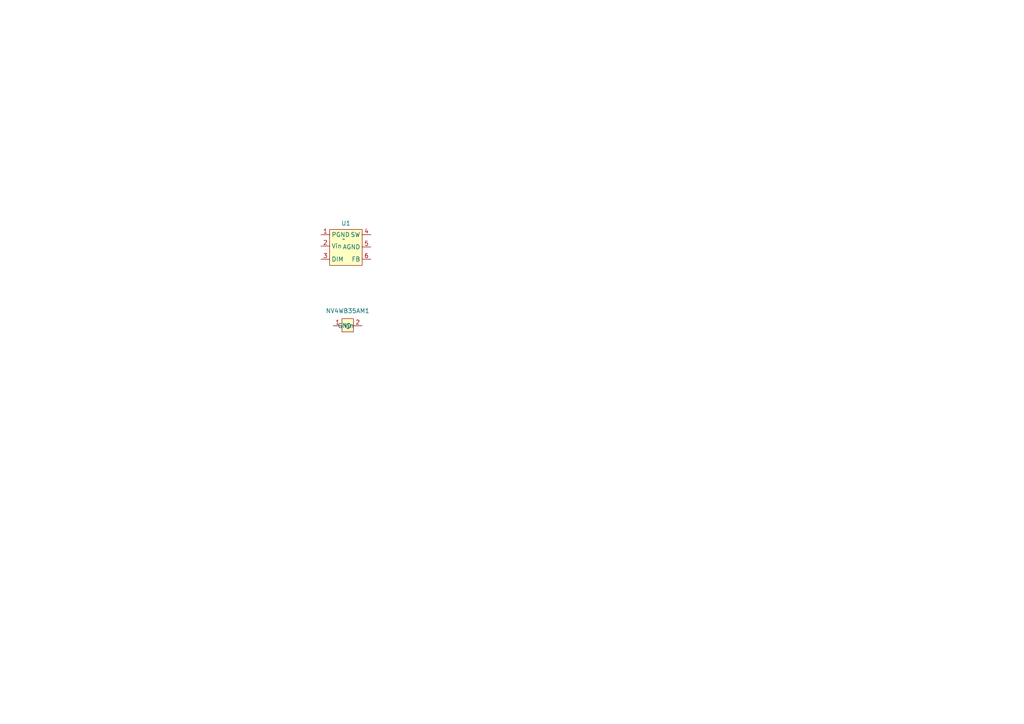
<source format=kicad_sch>
(kicad_sch (version 20230121) (generator eeschema)
  (paper "A4")
  (lib_symbols
    (symbol "UserLyb:LM3410"
      (property "Reference" "U" (at 0 0 0))
      (symbol "LM3410_1_1"
        (rectangle (start -4.064 2.794) (end 5.334 -7.62) (fill (type background)))
        (pin output line (at -6.604 1.27 0) (length 2.54) (name "PGND") (number "1"))
        (pin input line (at -6.604 -2.032 0) (length 2.54) (name "Vin") (number "2"))
        (pin passive line (at -6.604 -5.842 0) (length 2.54) (name "DIM") (number "3"))
        (pin passive line (at 7.874 1.27 180) (length 2.54) (name "SW") (number "4"))
        (pin passive line (at 7.874 -2.286 180) (length 2.54) (name "AGND") (number "5"))
        (pin passive line (at 7.874 -5.842 180) (length 2.54) (name "FB") (number "6"))
      )
    )
    (symbol "UserLyb:NV4WB35AM"
      (property "Reference" "NV4WB35AM" (at -0.254 -2.794 0))
      (symbol "NV4WB35AM_1_1"
        (rectangle (start -1.778 2.794) (end 1.524 -1.016) (fill (type background)))
        (pin input line (at -4.318 0.762 0) (length 2.54) (name "Vin") (number "1"))
        (pin input line (at 4.064 0.762 180) (length 2.54) (name "GND") (number "2"))
      )
    )
  )
  (symbol (lib_id "UserLyb:NV4WB35AM") (at 100.965 95.25 0) (unit 1)
    (property "Reference" "NV4WB35AM1" (at 100.838 90.17 0))
    (property "Value" "~" (at 100.965 95.25 0))
    (property "Footprint" "UserLyb:NV4WB35AM" (effects hide))
  )
  (symbol (lib_id "UserLyb:LM3410") (at 99.695 69.342 0) (unit 1)
    (property "Reference" "U1" (at 100.33 64.77 0))
    (property "Value" "~" (at 99.695 69.342 0))
    (property "Footprint" "Package_SON:WSON-6-1EP_3x3mm_P0.95mm" (effects hide))
  )
)
</source>
